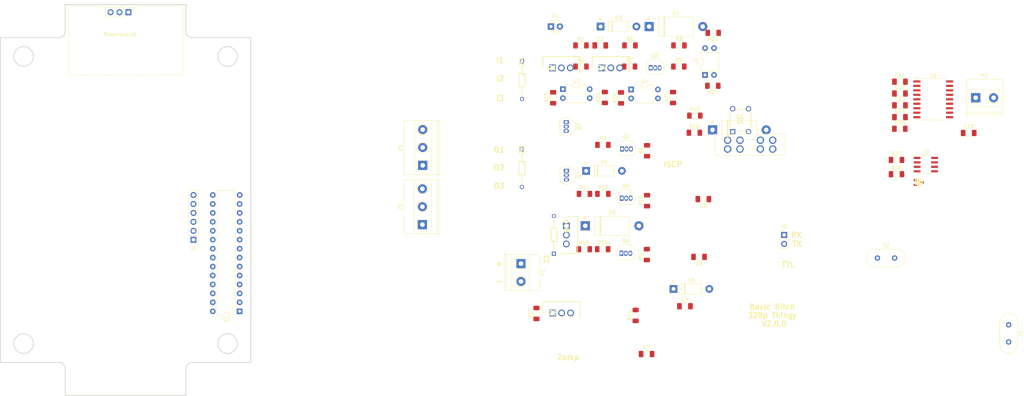
<source format=kicad_pcb>
(kicad_pcb (version 20241229) (generator "pcbnew") (generator_version "9.0")
  (layers (0 "F.Cu" signal) (2 "B.Cu" signal) (13 "F.Paste" user) (15 "B.Paste" user) (5 "F.SilkS" user "F.Silkscreen") (7 "B.SilkS" user "B.Silkscreen") (1 "F.Mask" user) (3 "B.Mask" user) (25 "Edge.Cuts" user))
  (net 0 "")
  (net 1 "/Input/Input")
  (net 2 "GND")
  (net 3 "/Input1/Input")
  (net 4 "/Input2/Input")
  (net 5 "+VDC")
  (net 6 "+5V")
  (net 7 "/Output/Output")
  (net 8 "Net-(D3-A)")
  (net 9 "/Output1/Output")
  (net 10 "/RESET")
  (net 11 "LED")
  (net 12 "/Output2/Output")
  (net 13 "RXttl")
  (net 14 "TXttl")
  (net 15 "Net-(P1-Pin_1)")
  (net 16 "Input1")
  (net 17 "Output1")
  (net 18 "Net-(Q2-D)")
  (net 19 "Input2")
  (net 20 "Input3")
  (net 21 "Output2")
  (net 22 "Net-(Q6-D)")
  (net 23 "Net-(Q8-Pad1)")
  (net 24 "Output3")
  (net 25 "Net-(Q9-D)")
  (net 26 "Net-(Q10-Pad1)")
  (net 27 "Reset")
  (net 30 "D8")
  (net 31 "D10")
  (net 32 "MOSI")
  (net 33 "MISO")
  (net 34 "SCK")
  (net 35 "Net-(Q5-D)")
  (net 36 "Net-(J1-Pin_6)")
  (net 37 "Net-(U2-XTAL1{slash}PB6)")
  (net 38 "Net-(U2-XTAL2{slash}PB7)")
  (net 39 "Net-(U6-OSC2)")
  (net 40 "Net-(U6-OSC1)")
  (net 41 "Net-(D1-K)")
  (net 42 "Net-(D5-A)")
  (net 43 "Net-(D6-A)")
  (net 44 "/CANBUS-MCP2551/CANL")
  (net 45 "/CANBUS-MCP2551/CANH")
  (net 47 "Net-(J2-Pin_2)")
  (net 48 "Net-(Q1-Pad3)")
  (net 49 "Net-(Q1-Pad1)")
  (net 50 "Net-(Q3-D)")
  (net 51 "Net-(Q4-Pad1)")
  (net 52 "Net-(Q7-D)")
  (net 53 "Net-(R7-Pad2)")
  (net 54 "Net-(R14-Pad2)")
  (net 55 "Net-(R18-Pad2)")
  (net 56 "Net-(U6-~{RESET})")
  (net 57 "Net-(U7-Rs)")
  (net 69 "/CANBUS-MCP2515/RXtoCANTC")
  (net 70 "/CANBUS-MCP2515/TXtoCANTC")
  (footprint "SamacSys_Parts:TO254P469X1042X1967-3P" (layer "F.Cu") (at 241.06043 54.390262)
    (property "Reference" "Q4" (at 0 0 0) (layer "F.SilkS") (effects (font (size 1.27 1.27) (thickness 0.254))))
    (property "Value" "IRF9Z34NPBF" (hide yes))
    (pad "1" thru_hole rect (at 0 0) (size 1.92 1.92) (drill 1.28) (layers "*.Cu" "*.Mask") (net 51 "Net-(Q4-Pad1)"))
    (pad "2" thru_hole circle (at 2.54 0) (size 1.92 1.92) (drill 1.28) (layers "*.Cu" "*.Mask") (net 7 "/Output/Output"))
    (pad "3" thru_hole circle (at 5.08 0) (size 1.92 1.92) (drill 1.28) (layers "*.Cu" "*.Mask") (net 5 "+VDC"))
  )
  (footprint "Resistor_SMD:R_1206_3216Metric_Pad1.30x1.75mm_HandSolder" (layer "F.Cu") (at 241.35853 90.184462)
    (property "Reference" "R12" (at 0 -1.82 0) (layer "F.SilkS"))
    (property "Value" "470")
    (pad "1" smd roundrect (at -1.55 0) (size 1.3 1.75) (layers "F.Cu" "F.Mask" "F.Paste") (roundrect_rratio 0.192308) (net 3 "/Input1/Input"))
    (pad "2" smd roundrect (at 1.55 0) (size 1.3 1.75) (layers "F.Cu" "F.Mask" "F.Paste") (roundrect_rratio 0.192308) (net 42 "Net-(D5-A)"))
  )
  (footprint "TerminalBlock_Phoenix:TerminalBlock_Phoenix_MKDS-1,5-2-5.08_1x02_P5.08mm_Horizontal" (layer "F.Cu") (at 218.09633 109.986962 -90)
    (property "Reference" "P1" (at 2.54 -6.26 90) (layer "F.SilkS"))
    (property "Value" "Screw_Terminal_01x02")
    (pad "1" thru_hole rect (at 0 0 270) (size 2.6 2.6) (drill 1.3) (layers "*.Cu" "*.Mask") (net 15 "Net-(P1-Pin_1)"))
    (pad "2" thru_hole circle (at 5.08 0 270) (size 2.6 2.6) (drill 1.3) (layers "*.Cu" "*.Mask") (net 2 "GND"))
  )
  (footprint "Capacitor_SMD:C_1206_3216Metric_Pad1.33x1.80mm_HandSolder" (layer "F.Cu") (at 264.65763 122.096062)
    (property "Reference" "C5" (at 0 -1.85 0) (layer "F.SilkS"))
    (property "Value" "22pF")
    (pad "1" smd roundrect (at -1.5625 0) (size 1.325 1.8) (layers "F.Cu" "F.Mask" "F.Paste") (roundrect_rratio 0.188679) (net 37 "Net-(U2-XTAL1{slash}PB6)"))
    (pad "2" smd roundrect (at 1.5625 0) (size 1.325 1.8) (layers "F.Cu" "F.Mask" "F.Paste") (roundrect_rratio 0.188679) (net 2 "GND"))
  )
  (footprint "Capacitor_SMD:C_1206_3216Metric_Pad1.33x1.80mm_HandSolder" (layer "F.Cu") (at 253.77523 135.666162)
    (property "Reference" "C7" (at 0 -1.85 0) (layer "F.SilkS"))
    (property "Value" "22pF")
    (pad "1" smd roundrect (at -1.5625 0) (size 1.325 1.8) (layers "F.Cu" "F.Mask" "F.Paste") (roundrect_rratio 0.188679) (net 38 "Net-(U2-XTAL2{slash}PB7)"))
    (pad "2" smd roundrect (at 1.5625 0) (size 1.325 1.8) (layers "F.Cu" "F.Mask" "F.Paste") (roundrect_rratio 0.188679) (net 2 "GND"))
  )
  (footprint "Resistor_SMD:R_1206_3216Metric_Pad1.30x1.75mm_HandSolder" (layer "F.Cu") (at 267.47013 67.961462)
    (property "Reference" "R15" (at 0 -1.82 0) (layer "F.SilkS"))
    (property "Value" "5k")
    (pad "1" smd roundrect (at -1.55 0) (size 1.3 1.75) (layers "F.Cu" "F.Mask" "F.Paste") (roundrect_rratio 0.192308) (net 6 "+5V"))
    (pad "2" smd roundrect (at 1.55 0) (size 1.3 1.75) (layers "F.Cu" "F.Mask" "F.Paste") (roundrect_rratio 0.192308) (net 19 "Input2"))
  )
  (footprint "Package_SO:SOIC-8_3.9x4.9mm_P1.27mm" (layer "F.Cu") (at 333.075217 81.872761)
    (property "Reference" "U7" (at 0 -3.4 0) (layer "F.SilkS"))
    (property "Value" "MCP2551-I-SN")
    (pad "1" smd roundrect (at -2.475 -1.905) (size 1.95 0.6) (layers "F.Cu" "F.Mask" "F.Paste") (net 70 "/CANBUS-MCP2515/TXtoCANTC"))
    (pad "2" smd roundrect (at -2.475 -0.635) (size 1.95 0.6) (layers "F.Cu" "F.Mask" "F.Paste") (net 2 "GND"))
    (pad "3" smd roundrect (at -2.475 0.635) (size 1.95 0.6) (layers "F.Cu" "F.Mask" "F.Paste") (net 6 "+5V"))
    (pad "4" smd roundrect (at -2.475 1.905) (size 1.95 0.6) (layers "F.Cu" "F.Mask" "F.Paste") (net 69 "/CANBUS-MCP2515/RXtoCANTC"))
    (pad "5" smd roundrect (at 2.475 1.905) (size 1.95 0.6) (layers "F.Cu" "F.Mask" "F.Paste"))
    (pad "6" smd roundrect (at 2.475 0.635) (size 1.95 0.6) (layers "F.Cu" "F.Mask" "F.Paste") (net 44 "/CANBUS-MCP2551/CANL"))
    (pad "7" smd roundrect (at 2.475 -0.635) (size 1.95 0.6) (layers "F.Cu" "F.Mask" "F.Paste") (net 45 "/CANBUS-MCP2551/CANH"))
    (pad "8" smd roundrect (at 2.475 -1.905) (size 1.95 0.6) (layers "F.Cu" "F.Mask" "F.Paste") (net 57 "Net-(U7-Rs)"))
  )
  (footprint "TerminalBlock_Phoenix:TerminalBlock_Phoenix_MKDS-1,5-3-5.08_1x03_P5.08mm_Horizontal" (layer "F.Cu") (at 190.189999 82.09682 90)
    (property "Reference" "Z1" (at 5.08 -6.26 90) (layer "F.SilkS"))
    (property "Value" "Screw_Terminal_01x03")
    (pad "1" thru_hole rect (at 0 0 90) (size 2.6 2.6) (drill 1.3) (layers "*.Cu" "*.Mask") (net 7 "/Output/Output"))
    (pad "2" thru_hole circle (at 5.08 0 90) (size 2.6 2.6) (drill 1.3) (layers "*.Cu" "*.Mask") (net 9 "/Output1/Output"))
    (pad "3" thru_hole circle (at 10.16 0 90) (size 2.6 2.6) (drill 1.3) (layers "*.Cu" "*.Mask") (net 12 "/Output2/Output"))
  )
  (footprint "Resistor_SMD:R_1206_3216Metric_Pad1.30x1.75mm_HandSolder" (layer "F.Cu") (at 262.95583 48.019962)
    (property "Reference" "R8" (at 0 -1.82 0) (layer "F.SilkS"))
    (property "Value" "5k")
    (pad "1" smd roundrect (at -1.55 0) (size 1.3 1.75) (layers "F.Cu" "F.Mask" "F.Paste") (roundrect_rratio 0.192308) (net 6 "+5V"))
    (pad "2" smd roundrect (at 1.55 0) (size 1.3 1.75) (layers "F.Cu" "F.Mask" "F.Paste") (roundrect_rratio 0.192308) (net 16 "Input1"))
  )
  (footprint "SamacSys_Parts:TS0266160BK260LCRD" (layer "F.Cu") (at 278.20513 72.524662 90)
    (property "Reference" "S1" (at 3.25 2.25 90) (layer "F.SilkS") (effects (font (size 1.27 1.27) (thickness 0.254))))
    (property "Value" "TS02-66-160-BK-260-LCR-D" (hide yes))
    (pad "1" thru_hole rect (at 0 0 90) (size 1.5 1.5) (drill 1) (layers "*.Cu" "*.Mask") (net 27 "Reset"))
    (pad "2" thru_hole circle (at 6.5 0 90) (size 1.5 1.5) (drill 1) (layers "*.Cu" "*.Mask"))
    (pad "3" thru_hole circle (at 0 4.5 90) (size 1.5 1.5) (drill 1) (layers "*.Cu" "*.Mask") (net 2 "GND"))
    (pad "4" thru_hole circle (at 6.5 4.5 90) (size 1.5 1.5) (drill 1) (layers "*.Cu" "*.Mask"))
  )
  (footprint "Resistor_SMD:R_1206_3216Metric_Pad1.30x1.75mm_HandSolder" (layer "F.Cu") (at 227.21823 62.900462 90)
    (property "Reference" "R23" (at 0 -1.82 90) (layer "F.SilkS"))
    (property "Value" "1M")
    (pad "1" smd roundrect (at -1.55 0 90) (size 1.3 1.75) (layers "F.Cu" "F.Mask" "F.Paste") (roundrect_rratio 0.192308) (net 24 "Output3"))
    (pad "2" smd roundrect (at 1.55 0 90) (size 1.3 1.75) (layers "F.Cu" "F.Mask" "F.Paste") (roundrect_rratio 0.192308) (net 2 "GND"))
  )
  (footprint "SamacSys_Parts:TO254P469X1042X1967-3P" (layer "F.Cu") (at 230.98083 99.318962 -90)
    (property "Reference" "Q10" (at 0 0 90) (layer "F.SilkS") (effects (font (size 1.27 1.27) (thickness 0.254))))
    (property "Value" "IRF9Z34NPBF" (hide yes))
    (pad "1" thru_hole rect (at 0 0 270) (size 1.92 1.92) (drill 1.28) (layers "*.Cu" "*.Mask") (net 26 "Net-(Q10-Pad1)"))
    (pad "2" thru_hole circle (at 2.54 0 270) (size 1.92 1.92) (drill 1.28) (layers "*.Cu" "*.Mask") (net 12 "/Output2/Output"))
    (pad "3" thru_hole circle (at 5.08 0 270) (size 1.92 1.92) (drill 1.28) (layers "*.Cu" "*.Mask") (net 5 "+VDC"))
  )
  (footprint "Package_TO_SOT_THT:TO-92_Inline" (layer "F.Cu") (at 231.00203 83.615862 -90)
    (property "Reference" "Q7" (at 1.27 -3.56 270) (layer "F.SilkS"))
    (property "Value" "2N7000")
    (pad "1" thru_hole rect (at 0 0 270) (size 1.05 1.5) (drill 0.75) (layers "*.Cu" "*.Mask") (net 2 "GND"))
    (pad "2" thru_hole oval (at 1.27 0 270) (size 1.05 1.5) (drill 0.75) (layers "*.Cu" "*.Mask") (net 21 "Output2"))
    (pad "3" thru_hole oval (at 2.54 0 270) (size 1.05 1.5) (drill 0.75) (layers "*.Cu" "*.Mask") (net 52 "Net-(Q7-D)"))
  )
  (footprint "Resistor_SMD:R_1206_3216Metric_Pad1.30x1.75mm_HandSolder" (layer "F.Cu") (at 222.49013 124.143562 90)
    (property "Reference" "R13" (at 0 -1.82 90) (layer "F.SilkS"))
    (property "Value" "5k")
    (pad "1" smd roundrect (at -1.55 0 90) (size 1.3 1.75) (layers "F.Cu" "F.Mask" "F.Paste") (roundrect_rratio 0.192308) (net 42 "Net-(D5-A)"))
    (pad "2" smd roundrect (at 1.55 0 90) (size 1.3 1.75) (layers "F.Cu" "F.Mask" "F.Paste") (roundrect_rratio 0.192308) (net 2 "GND"))
  )
  (footprint "Resistor_SMD:R_1206_3216Metric_Pad1.30x1.75mm_HandSolder" (layer "F.Cu") (at 236.13023 90.184462)
    (property "Reference" "R11" (at 0 -1.82 0) (layer "F.SilkS"))
    (property "Value" "10k")
    (pad "1" smd roundrect (at -1.55 0) (size 1.3 1.75) (layers "F.Cu" "F.Mask" "F.Paste") (roundrect_rratio 0.192308) (net 51 "Net-(Q4-Pad1)"))
    (pad "2" smd roundrect (at 1.55 0) (size 1.3 1.75) (layers "F.Cu" "F.Mask" "F.Paste") (roundrect_rratio 0.192308) (net 50 "Net-(Q3-D)"))
  )
  (footprint "Capacitor_SMD:C_1206_3216Metric_Pad1.33x1.80mm_HandSolder" (layer "F.Cu") (at 325.715217 58.332761)
    (property "Reference" "C11" (at 0 -1.85 0) (layer "F.SilkS"))
    (property "Value" "22pf")
    (pad "1" smd roundrect (at -1.5625 0) (size 1.325 1.8) (layers "F.Cu" "F.Mask" "F.Paste") (roundrect_rratio 0.188679) (net 39 "Net-(U6-OSC2)"))
    (pad "2" smd roundrect (at 1.5625 0) (size 1.325 1.8) (layers "F.Cu" "F.Mask" "F.Paste") (roundrect_rratio 0.188679) (net 2 "GND"))
  )
  (footprint "Package_TO_SOT_THT:TO-92_Inline" (layer "F.Cu") (at 230.95573 69.814762 -90)
    (property "Reference" "Q3" (at 1.27 -3.56 270) (layer "F.SilkS"))
    (property "Value" "2N7000")
    (pad "1" thru_hole rect (at 0 0 270) (size 1.05 1.5) (drill 0.75) (layers "*.Cu" "*.Mask") (net 2 "GND"))
    (pad "2" thru_hole oval (at 1.27 0 270) (size 1.05 1.5) (drill 0.75) (layers "*.Cu" "*.Mask") (net 17 "Output1"))
    (pad "3" thru_hole oval (at 2.54 0 270) (size 1.05 1.5) (drill 0.75) (layers "*.Cu" "*.Mask") (net 50 "Net-(Q3-D)"))
  )
  (footprint "SamacSys_Parts:DIOAD1068W53L380D172" (layer "F.Cu") (at 227.44243 107.172562 90)
    (property "Reference" "Z3" (at -1.560947 -2.049844 90) (layer "F.SilkS") (effects (font (size 1.27 1.27) (thickness 0.254))))
    (property "Value" "BZX79C10" (hide yes))
    (pad "1" thru_hole rect (at 0 0 90) (size 1.15 1.15) (drill 0.75) (layers "*.Cu" "*.Mask") (net 5 "+VDC"))
    (pad "2" thru_hole circle (at 10.7 0 90) (size 1.15 1.15) (drill 0.75) (layers "*.Cu" "*.Mask") (net 51 "Net-(Q4-Pad1)"))
  )
  (footprint "Package_DIP:DIP-4_W7.62mm" (layer "F.Cu") (at 249.37643 60.532762)
    (property "Reference" "U4" (at 3.81 -2.33 0) (layer "F.SilkS"))
    (property "Value" "LTV-817")
    (pad "1" thru_hole rect (at 0 0) (size 1.6 1.6) (drill 0.8) (layers "*.Cu" "*.Mask") (net 54 "Net-(R14-Pad2)"))
    (pad "2" thru_hole oval (at 0 2.54) (size 1.6 1.6) (drill 0.8) (layers "*.Cu" "*.Mask") (net 35 "Net-(Q5-D)"))
    (pad "3" thru_hole oval (at 7.62 2.54) (size 1.6 1.6) (drill 0.8) (layers "*.Cu" "*.Mask") (net 2 "GND"))
    (pad "4" thru_hole oval (at 7.62 0) (size 1.6 1.6) (drill 0.8) (layers "*.Cu" "*.Mask") (net 19 "Input2"))
  )
  (footprint "SamacSys_Parts:17861650001" (layer "F.Cu") (at 276.77953 77.459062)
    (property "Reference" "U1" (at 6.4 -0.825 0) (layer "F.SilkS") (effects (font (size 1.27 1.27) (thickness 0.254))))
    (property "Value" "178.6165.0001" (hide yes))
    (pad "" np_thru_hole circle (at 6.4 -1.25) (size 2.4 2.4) (drill 2.4) (layers "*.Cu" "*.Mask"))
    (pad "1" thru_hole circle (at 0 0) (size 2.1 2.1) (drill 1.4) (layers "*.Cu" "*.Mask") (net 5 "+VDC"))
    (pad "2" thru_hole circle (at 3.5 0) (size 2.1 2.1) (drill 1.4) (layers "*.Cu" "*.Mask") (net 5 "+VDC"))
    (pad "3" thru_hole circle (at 9.3 0) (size 2.1 2.1) (drill 1.4) (layers "*.Cu" "*.Mask") (net 48 "Net-(Q1-Pad3)"))
    (pad "4" thru_hole circle (at 12.8 0) (size 2.1 2.1) (drill 1.4) (layers "*.Cu" "*.Mask") (net 48 "Net-(Q1-Pad3)"))
    (pad "5" thru_hole circle (at 12.8 -2.5) (size 2.1 2.1) (drill 1.4) (layers "*.Cu" "*.Mask") (net 48 "Net-(Q1-Pad3)"))
    (pad "6" thru_hole circle (at 9.3 -2.5) (size 2.1 2.1) (drill 1.4) (layers "*.Cu" "*.Mask") (net 48 "Net-(Q1-Pad3)"))
    (pad "7" thru_hole circle (at 3.5 -2.5) (size 2.1 2.1) (drill 1.4) (layers "*.Cu" "*.Mask") (net 5 "+VDC"))
    (pad "8" thru_hole circle (at 0 -2.5) (size 2.1 2.1) (drill 1.4) (layers "*.Cu" "*.Mask") (net 5 "+VDC"))
  )
  (footprint "Diode_THT:D_DO-201_P15.24mm_Horizontal" (layer "F.Cu") (at 272.49503 72.018862)
    (property "Reference" "D7" (at 7.62 -3.725 0) (layer "F.SilkS"))
    (property "Value" "STPS3150RL")
    (fp_text user "K" (at 0 -2.3 0) (layer "F.SilkS"))
    (pad "1" thru_hole rect (at 0 0) (size 2.6 2.6) (drill 1.3) (layers "*.Cu" "*.Mask") (net 9 "/Output1/Output"))
    (pad "2" thru_hole oval (at 15.24 0) (size 2.6 2.6) (drill 1.3) (layers "*.Cu" "*.Mask") (net 2 "GND"))
  )
  (footprint "Connector_PinHeader_2.54mm:PinHeader_1x06_P2.54mm_Vertical" (layer "F.Cu") (at 125.082242 103.215772 180)
    (property "Reference" "J1" (at 0 -2.33 0) (layer "F.SilkS"))
    (property "Value" "TTL_Programmer")
    (pad "1" thru_hole rect (at 0 0 180) (size 1.7 1.7) (drill 1) (layers "*.Cu" "*.Mask") (net 2 "GND"))
    (pad "2" thru_hole oval (at 0 2.54 180) (size 1.7 1.7) (drill 1) (layers "*.Cu" "*.Mask"))
    (pad "3" thru_hole oval (at 0 5.08 180) (size 1.7 1.7) (drill 1) (layers "*.Cu" "*.Mask") (net 6 "+5V"))
    (pad "4" thru_hole oval (at 0 7.62 180) (size 1.7 1.7) (drill 1) (layers "*.Cu" "*.Mask") (net 13 "RXttl"))
    (pad "5" thru_hole oval (at 0 10.16 180) (size 1.7 1.7) (drill 1) (layers "*.Cu" "*.Mask") (net 14 "TXttl"))
    (pad "6" thru_hole oval (at 0 12.7 180) (size 1.7 1.7) (drill 1) (layers "*.Cu" "*.Mask") (net 36 "Net-(J1-Pin_6)"))
  )
  (footprint "Package_TO_SOT_THT:TO-92_Inline" (layer "F.Cu") (at 246.70803 91.406862)
    (property "Reference" "Q6" (at 1.27 -3.56 0) (layer "F.SilkS"))
    (property "Value" "2N7000")
    (pad "1" thru_hole rect (at 0 0) (size 1.05 1.5) (drill 0.75) (layers "*.Cu" "*.Mask") (net 2 "GND"))
    (pad "2" thru_hole oval (at 1.27 0) (size 1.05 1.5) (drill 0.75) (layers "*.Cu" "*.Mask") (net 43 "Net-(D6-A)"))
    (pad "3" thru_hole oval (at 2.54 0) (size 1.05 1.5) (drill 0.75) (layers "*.Cu" "*.Mask") (net 22 "Net-(Q6-D)"))
  )
  (footprint "Resistor_SMD:R_1206_3216Metric_Pad1.30x1.75mm_HandSolder" (layer "F.Cu") (at 324.735217 80.542761)
    (property "Reference" "R27" (at 0 -1.82 0) (layer "F.SilkS"))
    (property "Value" "17k")
    (pad "1" smd roundrect (at -1.55 0) (size 1.3 1.75) (layers "F.Cu" "F.Mask" "F.Paste") (roundrect_rratio 0.192308) (net 57 "Net-(U7-Rs)"))
    (pad "2" smd roundrect (at 1.55 0) (size 1.3 1.75) (layers "F.Cu" "F.Mask" "F.Paste") (roundrect_rratio 0.192308) (net 2 "GND"))
  )
  (footprint "TerminalBlock_Phoenix:TerminalBlock_Phoenix_MKDS-1,5-2-5.08_1x02_P5.08mm_Horizontal" (layer "F.Cu") (at 347.235217 62.892761)
    (property "Reference" "P2" (at 2.54 -6.26 0) (layer "F.SilkS"))
    (property "Value" "Screw_Terminal_01x02")
    (pad "1" thru_hole rect (at 0 0) (size 2.6 2.6) (drill 1.3) (layers "*.Cu" "*.Mask") (net 44 "/CANBUS-MCP2551/CANL"))
    (pad "2" thru_hole circle (at 5.08 0) (size 2.6 2.6) (drill 1.3) (layers "*.Cu" "*.Mask") (net 45 "/CANBUS-MCP2551/CANH"))
  )
  (footprint "Package_TO_SOT_THT:TO-92_Inline" (layer "F.Cu") (at 246.79553 77.434962)
    (property "Reference" "Q2" (at 1.27 -3.56 0) (layer "F.SilkS"))
    (property "Value" "2N7000")
    (pad "1" thru_hole rect (at 0 0) (size 1.05 1.5) (drill 0.75) (layers "*.Cu" "*.Mask") (net 2 "GND"))
    (pad "2" thru_hole oval (at 1.27 0) (size 1.05 1.5) (drill 0.75) (layers "*.Cu" "*.Mask") (net 8 "Net-(D3-A)"))
    (pad "3" thru_hole oval (at 2.54 0) (size 1.05 1.5) (drill 0.75) (layers "*.Cu" "*.Mask") (net 18 "Net-(Q2-D)"))
  )
  (footprint "Package_DIP:DIP-4_W7.62mm" (layer "F.Cu") (at 229.99703 60.456262)
    (property "Reference" "U3" (at 3.81 -2.33 0) (layer "F.SilkS"))
    (property "Value" "LTV-817")
    (pad "1" thru_hole rect (at 0 0) (size 1.6 1.6) (drill 0.8) (layers "*.Cu" "*.Mask") (net 53 "Net-(R7-Pad2)"))
    (pad "2" thru_hole oval (at 0 2.54) (size 1.6 1.6) (drill 0.8) (layers "*.Cu" "*.Mask") (net 18 "Net-(Q2-D)"))
    (pad "3" thru_hole oval (at 7.62 2.54) (size 1.6 1.6) (drill 0.8) (layers "*.Cu" "*.Mask") (net 2 "GND"))
    (pad "4" thru_hole oval (at 7.62 0) (size 1.6 1.6) (drill 0.8) (layers "*.Cu" "*.Mask") (net 16 "Input1"))
  )
  (footprint "Connector_PinHeader_2.54mm:PinHeader_1x03_P2.54mm_Vertical" (layer "F.Cu") (at 106.618702 38.612537 -90)
    (property "Reference" "Powerboard1" (at 6.282765 2.308228 0) (layer "F.SilkS"))
    (property "Value" "Conn_01x03" (hide yes))
    (pad "1" thru_hole rect (at 0 0 270) (size 1.7 1.7) (drill 1) (layers "*.Cu" "*.Mask") (net 5 "+VDC"))
    (pad "2" thru_hole oval (at 0 2.54 270) (size 1.7 1.7) (drill 1) (layers "*.Cu" "*.Mask") (net 6 "+5V"))
    (pad "3" thru_hole oval (at 0 5.08 270) (size 1.7 1.7) (drill 1) (layers "*.Cu" "*.Mask") (net 2 "GND"))
  )
  (footprint "Resistor_SMD:R_1206_3216Metric_Pad1.30x1.75mm_HandSolder" (layer "F.Cu") (at 272.58423 59.493762 180)
    (property "Reference" "R25" (at 0 -1.82 180) (layer "F.SilkS"))
    (property "Value" "10k")
    (pad "1" smd roundrect (at -1.55 0 180) (size 1.3 1.75) (layers "F.Cu" "F.Mask" "F.Paste") (roundrect_rratio 0.192308) (net 26 "Net-(Q10-Pad1)"))
    (pad "2" smd roundrect (at 1.55 0 180) (size 1.3 1.75) (layers "F.Cu" "F.Mask" "F.Paste") (roundrect_rratio 0.192308) (net 25 "Net-(Q9-D)"))
  )
  (footprint "SamacSys_Parts:TO254P469X1042X1967-3P" (layer "F.Cu") (at 227.10903 123.985562)
    (property "Reference" "Q8" (at 0 0 0) (layer "F.SilkS") (effects (font (size 1.27 1.27) (thickness 0.254))))
    (property "Value" "IRF9Z34NPBF" (hide yes))
    (pad "1" thru_hole rect (at 0 0) (size 1.92 1.92) (drill 1.28) (layers "*.Cu" "*.Mask") (net 23 "Net-(Q8-Pad1)"))
    (pad "2" thru_hole circle (at 2.54 0) (size 1.92 1.92) (drill 1.28) (layers "*.Cu" "*.Mask") (net 9 "/Output1/Output"))
    (pad "3" thru_hole circle (at 5.08 0) (size 1.92 1.92) (drill 1.28) (layers "*.Cu" "*.Mask") (net 5 "+VDC"))
  )
  (footprint "Capacitor_SMD:C_1206_3216Metric_Pad1.33x1.80mm_HandSolder" (layer "F.Cu") (at 325.715217 68.382761)
    (property "Reference" "C14" (at 0 -1.85 0) (layer "F.SilkS"))
    (property "Value" "100nf")
    (pad "1" smd roundrect (at -1.5625 0) (size 1.325 1.8) (layers "F.Cu" "F.Mask" "F.Paste") (roundrect_rratio 0.188679) (net 6 "+5V"))
    (pad "2" smd roundrect (at 1.5625 0) (size 1.325 1.8) (layers "F.Cu" "F.Mask" "F.Paste") (roundrect_rratio 0.188679) (net 2 "GND"))
  )
  (footprint "TerminalBlock_Phoenix:TerminalBlock_Phoenix_MKDS-1,5-3-5.08_1x03_P5.08mm_Horizontal" (layer "F.Cu") (at 190.104184 98.916709 90)
    (property "Reference" "Z2" (at 5.08 -6.26 90) (layer "F.SilkS"))
    (property "Value" "Screw_Terminal_01x03")
    (pad "1" thru_hole rect (at 0 0 90) (size 2.6 2.6) (drill 1.3) (layers "*.Cu" "*.Mask") (net 1 "/Input/Input"))
    (pad "2" thru_hole circle (at 5.08 0 90) (size 2.6 2.6) (drill 1.3) (layers "*.Cu" "*.Mask") (net 3 "/Input1/Input"))
    (pad "3" thru_hole circle (at 10.16 0 90) (size 2.6 2.6) (drill 1.3) (layers "*.Cu" "*.Mask") (net 4 "/Input2/Input"))
  )
  (footprint "Resistor_SMD:R_1206_3216Metric_Pad1.30x1.75mm_HandSolder" (layer "F.Cu") (at 262.92683 54.030262)
    (property "Reference" "R9" (at 0 -1.82 0) (layer "F.SilkS"))
    (property "Value" "1M")
    (pad "1" smd roundrect (at -1.55 0) (size 1.3 1.75) (layers "F.Cu" "F.Mask" "F.Paste") (roundrect_rratio 0.192308) (net 17 "Output1"))
    (pad "2" smd roundrect (at 1.55 0) (size 1.3 1.75) (layers "F.Cu" "F.Mask" "F.Paste") (roundrect_rratio 0.192308) (net 2 "GND"))
  )
  (footprint "Package_DIP:DIP-28_W7.62mm" (layer "F.Cu") (at 138.194732 123.528574 180)
    (property "Reference" "U2" (at 3.81 -2.33 180) (layer "F.SilkS"))
    (property "Value" "ATmega328-P")
    (pad "1" thru_hole rect (at 0 0 180) (size 1.6 1.6) (drill 0.8) (layers "*.Cu" "*.Mask") (net 27 "Reset"))
    (pad "2" thru_hole oval (at 0 2.54 180) (size 1.6 1.6) (drill 0.8) (layers "*.Cu" "*.Mask") (net 13 "RXttl"))
    (pad "3" thru_hole oval (at 0 5.08 180) (size 1.6 1.6) (drill 0.8) (layers "*.Cu" "*.Mask") (net 14 "TXttl"))
    (pad "4" thru_hole oval (at 0 7.62 180) (size 1.6 1.6) (drill 0.8) (layers "*.Cu" "*.Mask") (net 20 "Input3"))
    (pad "5" thru_hole oval (at 0 10.16 180) (size 1.6 1.6) (drill 0.8) (layers "*.Cu" "*.Mask") (net 16 "Input1"))
    (pad "6" thru_hole oval (at 0 12.7 180) (size 1.6 1.6) (drill 0.8) (layers "*.Cu" "*.Mask") (net 19 "Input2"))
    (pad "7" thru_hole oval (at 0 15.24 180) (size 1.6 1.6) (drill 0.8) (layers "*.Cu" "*.Mask") (net 6 "+5V"))
    (pad "8" thru_hole oval (at 0 17.78 180) (size 1.6 1.6) (drill 0.8) (layers "*.Cu" "*.Mask") (net 2 "GND"))
    (pad "9" thru_hole oval (at 0 20.32 180) (size 1.6 1.6) (drill 0.8) (layers "*.Cu" "*.Mask") (net 37 "Net-(U2-XTAL1{slash}PB6)"))
    (pad "10" thru_hole oval (at 0 22.86 180) (size 1.6 1.6) (drill 0.8) (layers "*.Cu" "*.Mask") (net 38 "Net-(U2-XTAL2{slash}PB7)"))
    (pad "11" thru_hole oval (at 0 25.4 180) (size 1.6 1.6) (drill 0.8) (layers "*.Cu" "*.Mask") (net 17 "Output1"))
    (pad "12" thru_hole oval (at 0 27.94 180) (size 1.6 1.6) (drill 0.8) (layers "*.Cu" "*.Mask") (net 21 "Output2"))
    (pad "13" thru_hole oval (at 0 30.48 180) (size 1.6 1.6) (drill 0.8) (layers "*.Cu" "*.Mask") (net 11 "LED"))
    (pad "14" thru_hole oval (at 0 33.02 180) (size 1.6 1.6) (drill 0.8) (layers "*.Cu" "*.Mask") (net 30 "D8"))
    (pad "15" thru_hole oval (at 7.62 33.02 180) (size 1.6 1.6) (drill 0.8) (layers "*.Cu" "*.Mask") (net 24 "Output3"))
    (pad "16" thru_hole oval (at 7.62 30.48 180) (size 1.6 1.6) (drill 0.8) (layers "*.Cu" "*.Mask") (net 31 "D10"))
    (pad "17" thru_hole oval (at 7.62 27.94 180) (size 1.6 1.6) (drill 0.8) (layers "*.Cu" "*.Mask") (net 32 "MOSI"))
    (pad "18" thru_hole oval (at 7.62 25.4 180) (size 1.6 1.6) (drill 0.8) (layers "*.Cu" "*.Mask") (net 33 "MISO"))
    (pad "19" thru_hole oval (at 7.62 22.86 180) (size 1.6 1.6) (drill 0.8) (layers "*.Cu" "*.Mask") (net 34 "SCK"))
    (pad "20" thru_hole oval (at 7.62 20.32 180) (size 1.6 1.6) (drill 0.8) (layers "*.Cu" "*.Mask") (net 6 "+5V"))
    (pad "21" thru_hole oval (at 7.62 17.78 180) (size 1.6 1.6) (drill 0.8) (layers "*.Cu" "*.Mask") (net 6 "+5V"))
    (pad "22" thru_hole oval (at 7.62 15.24 180) (size 1.6 1.6) (drill 0.8) (layers "*.Cu" "*.Mask") (net 2 "GND"))
    (pad "23" thru_hole oval (at 7.62 12.7 180) (size 1.6 1.6) (drill 0.8) (layers "*.Cu" "*.Mask"))
    (pad "24" thru_hole oval (at 7.62 10.16 180) (size 1.6 1.6) (drill 0.8) (layers "*.Cu" "*.Mask"))
    (pad "25" thru_hole oval (at 7.62 7.62 180) (size 1.6 1.6) (drill 0.8) (layers "*.Cu" "*.Mask"))
    (pad "26" thru_hole oval (at 7.62 5.08 180) (size 1.6 1.6) (drill 0.8) (layers "*.Cu" "*.Mask"))
    (pad "27" thru_hole oval (at 7.62 2.54 180) (size 1.6 1.6) (drill 0.8) (layers "*.Cu" "*.Mask"))
    (pad "28" thru_hole oval (at 7.62 0 180) (size 1.6 1.6) (drill 0.8) (layers "*.Cu" "*.Mask"))
  )
  (footprint "Package_TO_SOT_THT:TO-92_Inline" (layer "F.Cu") (at 254.93443 54.390262)
    (property "Reference" "Q5" (at 1.27 -3.56 0) (layer "F.SilkS"))
    (property "Value" "2N7000")
    (pad "1" thru_hole rect (at 0 0) (size 1.05 1.5) (drill 0.75) (layers "*.Cu" "*.Mask") (net 2 "GND"))
    (pad "2" thru_hole oval (at 1.27 0) (size 1.05 1.5) (drill 0.75) (layers "*.Cu" "*.Mask") (net 42 "Net-(D5-A)"))
    (pad "3" thru_hole oval (at 2.54 0) (size 1.05 1.5) (drill 0.75) (layers "*.Cu" "*.Mask") (net 35 "Net-(Q5-D)"))
  )
  (footprint "Diode_THT:D_DO-41_SOD81_P10.16mm_Horizontal" (layer "F.Cu") (at 236.59793 83.646562)
    (property "Reference" "D5" (at 5.08 -2.47 0) (layer "F.SilkS"))
    (property "Value" "1N4007")
    (fp_text user "K" (at 0 -2.1 0) (layer "F.SilkS"))
    (pad "1" thru_hole rect (at 0 0) (size 2.2 2.2) (drill 1.1) (layers "*.Cu" "*.Mask") (net 3 "/Input1/Input"))
    (pad "2" thru_hole oval (at 10.16 0) (size 2.2 2.2) (drill 1.1) (layers "*.Cu" "*.Mask") (net 42 "Net-(D5-A)"))
  )
  (footprint "Resistor_SMD:R_1206_3216Metric_Pad1.30x1.75mm_HandSolder" (layer "F.Cu") (at 241.36323 76.262562)
    (property "Reference" "R5" (at 0 -1.82 0) (layer "F.SilkS"))
    (property "Value" "470")
    (pad "1" smd roundrect (at -1.55 0) (size 1.3 1.75) (layers "F.Cu" "F.Mask" "F.Paste") (roundrect_rratio 0.192308) (net 1 "/Input/Input"))
    (pad "2" smd roundrect (at 1.55 0) (size 1.3 1.75) (layers "F.Cu" "F.Mask" "F.Paste") (roundrect_rratio 0.192308) (net 8 "Net-(D3-A)"))
  )
  (footprint "Resistor_SMD:R_1206_3216Metric_Pad1.30x1.75mm_HandSolder" (layer "F.Cu") (at 235.12963 48.019962)
    (property "Reference" "R1" (at 0 -1.82 0) (layer "F.SilkS"))
    (property "Value" "10k")
    (pad "1" smd roundrect (at -1.55 0) (size 1.3 1.75) (layers "F.Cu" "F.Mask" "F.Paste") (roundrect_rratio 0.192308) (net 49 "Net-(Q1-Pad1)"))
    (pad "2" smd roundrect (at 1.55 0) (size 1.3 1.75) (layers "F.Cu" "F.Mask" "F.Paste") (roundrect_rratio 0.192308) (net 2 "GND"))
  )
  (footprint "Resistor_SMD:R_1206_3216Metric_Pad1.30x1.75mm_HandSolder" (layer "F.Cu") (at 324.735217 84.592761)
    (property "Reference" "R28" (at 0 -1.82 0) (layer "F.SilkS"))
    (property "Value" "120")
    (pad "1" smd roundrect (at -1.55 0) (size 1.3 1.75) (layers "F.Cu" "F.Mask" "F.Paste") (roundrect_rratio 0.192308) (net 47 "Net-(J2-Pin_2)"))
    (pad "2" smd roundrect (at 1.55 0) (size 1.3 1.75) (layers "F.Cu" "F.Mask" "F.Paste") (roundrect_rratio 0.192308) (net 44 "/CANBUS-MCP2551/CANL"))
  )
  (footprint "Package_TO_SOT_THT:TO-92_Inline" (layer "F.Cu") (at 246.60903 107.078162)
    (property "Reference" "Q9" (at 1.27 -3.56 0) (layer "F.SilkS"))
    (property "Value" "2N7000")
    (pad "1" thru_hole rect (at 0 0) (size 1.05 1.5) (drill 0.75) (layers "*.Cu" "*.Mask") (net 2 "GND"))
    (pad "2" thru_hole oval (at 1.27 0) (size 1.05 1.5) (drill 0.75) (layers "*.Cu" "*.Mask") (net 24 "Output3"))
    (pad "3" thru_hole oval (at 2.54 0) (size 1.05 1.5) (drill 0.75) (layers "*.Cu" "*.Mask") (net 25 "Net-(Q9-D)"))
  )
  (footprint "Resistor_SMD:R_1206_3216Metric_Pad1.30x1.75mm_HandSolder" (layer "F.Cu") (at 241.91293 62.806062 90)
    (property "Reference" "R20" (at 0 -1.82 90) (layer "F.SilkS"))
    (property "Value" "1M")
    (pad "1" smd roundrect (at -1.55 0 90) (size 1.3 1.75) (layers "F.Cu" "F.Mask" "F.Paste") (roundrect_rratio 0.192308) (net 21 "Output2"))
    (pad "2" smd roundrect (at 1.55 0 90) (size 1.3 1.75) (layers "F.Cu" "F.Mask" "F.Paste") (roundrect_rratio 0.192308) (net 2 "GND"))
  )
  (footprint "SamacSys_Parts:SOT65P210X110-3N" (layer "F.Cu") (at 331.075217 86.972761)
    (property "Reference" "D9" (at 0 0 0) (layer "F.SilkS") (effects (font (size 1.27 1.27) (thickness 0.254))))
    (property "Value" "PESD5V0L2UU,115" (hide yes))
    (pad "1" smd rect (at -0.95 -0.65 90) (size 0.55 1) (layers "F.Cu" "F.Mask" "F.Paste") (net 45 "/CANBUS-MCP2551/CANH"))
    (pad "2" smd rect (at -0.95 0.65 90) (size 0.55 1) (layers "F.Cu" "F.Mask" "F.Paste") (net 44 "/CANBUS-MCP2551/CANL"))
    (pad "3" smd rect (at 0.95 0 90) (size 0.55 1) (layers "F.Cu" "F.Mask" "F.Paste") (net 2 "GND"))
  )
  (footprint "SamacSys_Parts:DIOAD1068W53L380D172" (layer "F.Cu") (at 218.39073 52.547862 -90)
    (property "Reference" "Z4" (at 0 0 270) (layer "F.SilkS") (effects (font (size 1.27 1.27) (thickness 0.254))))
    (property "Value" "BZX79C10" (hide yes))
    (pad "1" thru_hole rect (at 0 0 270) (size 1.15 1.15) (drill 0.75) (layers "*.Cu" "*.Mask") (net 5 "+VDC"))
    (pad "2" thru_hole circle (at 10.7 0 270) (size 1.15 1.15) (drill 0.75) (layers "*.Cu" "*.Mask") (net 23 "Net-(Q8-Pad1)"))
  )
  (footprint "Capacitor_SMD:C_1206_3216Metric_Pad1.33x1.80mm_HandSolder" (layer "F.Cu") (at 345.245217 72.892761)
    (property "Reference" "C10" (at 0 -1.85 0) (layer "F.SilkS"))
    (property "Value" "220nF")
    (pad "1" smd roundrect (at -1.5625 0) (size 1.325 1.8) (layers "F.Cu" "F.Mask" "F.Paste") (roundrect_rratio 0.188679) (net 4 "/Input2/Input"))
    (pad "2" smd roundrect (at 1.5625 0) (size 1.325 1.8) (layers "F.Cu" "F.Mask" "F.Paste") (roundrect_rratio 0.188679) (net 2 "GND"))
  )
  (footprint "Package_SO:SOIC-18W_7.5x11.6mm_P1.27mm" (layer "F.Cu") (at 335.175217 63.327761)
    (property "Reference" "U6" (at 0 -6.72 0) (layer "F.SilkS"))
    (property "Value" "MCP2515-xSO")
    (pad "1" smd roundrect (at -4.65 -5.08) (size 2.05 0.6) (layers "F.Cu" "F.Mask" "F.Paste") (net 70 "/CANBUS-MCP2515/TXtoCANTC"))
    (pad "2" smd roundrect (at -4.65 -3.81) (size 2.05 0.6) (layers "F.Cu" "F.Mask" "F.Paste") (net 69 "/CANBUS-MCP2515/RXtoCANTC"))
    (pad "3" smd roundrect (at -4.65 -2.54) (size 2.05 0.6) (layers "F.Cu" "F.Mask" "F.Paste"))
    (pad "4" smd roundrect (at -4.65 -1.27) (size 2.05 0.6) (layers "F.Cu" "F.Mask" "F.Paste"))
    (pad "5" smd roundrect (at -4.65 0) (size 2.05 0.6) (layers "F.Cu" "F.Mask" "F.Paste"))
    (pad "6" smd roundrect (at -4.65 1.27) (size 2.05 0.6) (layers "F.Cu" "F.Mask" "F.Paste"))
    (pad "7" smd roundrect (at -4.65 2.54) (size 2.05 0.6) (layers "F.Cu" "F.Mask" "F.Paste") (net 39 "Net-(U6-OSC2)"))
    (pad "8" smd roundrect (at -4.65 3.81) (size 2.05 0.6) (layers "F.Cu" "F.Mask" "F.Paste") (net 40 "Net-(U6-OSC1)"))
    (pad "9" smd roundrect (at -4.65 5.08) (size 2.05 0.6) (layers "F.Cu" "F.Mask" "F.Paste") (net 2 "GND"))
    (pad "10" smd roundrect (at 4.65 5.08) (size 2.05 0.6) (layers "F.Cu" "F.Mask" "F.Paste"))
    (pad "11" smd roundrect (at 4.65 3.81) (size 2.05 0.6) (layers "F.Cu" "F.Mask" "F.Paste"))
    (pad "12" smd roundrect (at 4.65 2.54) (size 2.05 0.6) (layers "F.Cu" "F.Mask" "F.Paste") (net 30 "D8"))
    (pad "13" smd roundrect (at 4.65 1.27) (size 2.05 0.6) (layers "F.Cu" "F.Mask" "F.Paste") (net 34 "SCK"))
    (pad "14" smd roundrect (at 4.65 0) (size 2.05 0.6) (layers "F.Cu" "F.Mask" "F.Paste") (net 32 "MOSI"))
    (pad "15" smd roundrect (at 4.65 -1.27) (size 2.05 0.6) (layers "F.Cu" "F.Mask" "F.Paste") (net 33 "MISO"))
    (pad "16" smd roundrect (at 4.65 -2.54) (size 2.05 0.6) (layers "F.Cu" "F.Mask" "F.Paste") (net 31 "D10"))
    (pad "17" smd roundrect (at 4.65 -3.81) (size 2.05 0.6) (layers "F.Cu" "F.Mask" "F.Paste") (net 56 "Net-(U6-~{RESET})"))
    (pad "18" smd roundrect (at 4.65 -5.08) (size 2.05 0.6) (layers "F.Cu" "F.Mask" "F.Paste") (net 6 "+5V"))
  )
  (footprint "Resistor_SMD:R_1206_3216Metric_Pad1.30x1.75mm_HandSolder" (layer "F.Cu") (at 261.27453 62.827162 90)
    (property "Reference" "R21" (at 0 -1.82 90) (layer "F.SilkS"))
    (property "Value" "100k")
    (pad "1" smd roundrect (at -1.55 0 90) (size 1.3 1.75) (layers "F.Cu" "F.Mask" "F.Paste") (roundrect_rratio 0.192308) (net 5 "+VDC"))
    (pad "2" smd roundrect (at 1.55 0 90) (size 1.3 1.75) (layers "F.Cu" "F.Mask" "F.Paste") (roundrect_rratio 0.192308) (net 23 "Net-(Q8-Pad1)"))
  )
  (footprint "Resistor_SMD:R_1206_3216Metric_Pad1.30x1.75mm_HandSolder" (layer "F.Cu") (at 248.93523 54.030262)
    (property "Reference" "R7" (at 0 -1.82 0) (layer "F.SilkS"))
    (property "Value" "5k")
    (pad "1" smd roundrect (at -1.55 0) (size 1.3 1.75) (layers "F.Cu" "F.Mask" "F.Paste") (roundrect_rratio 0.192308) (net 6 "+5V"))
    (pad "2" smd roundrect (at 1.55 0) (size 1.3 1.75) (layers "F.Cu" "F.Mask" "F.Paste") (roundrect_rratio 0.192308) (net 53 "Net-(R7-Pad2)"))
  )
  (footprint "Package_DIP:DIP-4_W7.62mm" (layer "F.Cu") (at 270.37503 56.416762 90)
    (property "Reference" "U5" (at 3.81 -2.33 90) (layer "F.SilkS"))
    (property "Value" "LTV-817")
    (pad "1" thru_hole rect (at 0 0 90) (size 1.6 1.6) (drill 0.8) (layers "*.Cu" "*.Mask") (net 55 "Net-(R18-Pad2)"))
    (pad "2" thru_hole oval (at 0 2.54 90) (size 1.6 1.6) (drill 0.8) (layers "*.Cu" "*.Mask") (net 22 "Net-(Q6-D)"))
    (pad "3" thru_hole oval (at 7.62 2.54 90) (size 1.6 1.6) (drill 0.8) (layers "*.Cu" "*.Mask") (net 2 "GND"))
    (pad "4" thru_hole oval (at 7.62 0 90) (size 1.6 1.6) (drill 0.8) (layers "*.Cu" "*.Mask") (net 20 "Input3"))
  )
  (footprint "LED_THT:LED_D3.0mm" (layer "F.Cu") (at 226.60983 42.665762)
    (property "Reference" "D1" (at 1.27 -2.96 0) (layer "F.SilkS"))
    (property "Value" "LED")
    (pad "1" thru_hole rect (at 0 0) (size 1.8 1.8) (drill 0.9) (layers "*.Cu" "*.Mask") (net 41 "Net-(D1-K)"))
    (pad "2" thru_hole circle (at 2.54 0) (size 1.8 1.8) (drill 0.9) (layers "*.Cu" "*.Mask") (net 11 "LED"))
  )
  (footprint "Crystal:Crystal_HC49-U_Vertical" (layer "F.Cu") (at 319.332166 108.404145)
    (property "Reference" "Y2" (at 2.44 -3.525 0) (layer "F.SilkS"))
    (property "Value" "16MHz")
    (pad "1" thru_hole circle (at 0 0) (size 1.5 1.5) (drill 0.8) (layers "*.Cu" "*.Mask") (net 40 "Net-(U6-OSC1)"))
    (pad "2" thru_hole circle (at 4.88 0) (size 1.5 1.5) (drill 0.8) (layers "*.Cu" "*.Mask") (net 39 "Net-(U6-OSC2)"))
  )
  (footprint "Resistor_SMD:R_1206_3216Metric_Pad1.30x1.75mm_HandSolder" (layer "F.Cu") (at 236.08303 105.892662)
    (property "Reference" "R18" (at 0 -1.82 0) (layer "F.SilkS"))
    (property "Value" "5k")
    (pad "1" smd roundrect (at -1.55 0) (size 1.3 1.75) (layers "F.Cu" "F.Mask" "F.Paste") (roundrect_rratio 0.192308) (net 6 "+5V"))
    (pad "2" smd roundrect (at 1.55 0) (size 1.3 1.75) (layers "F.Cu" "F.Mask" "F.Paste") (roundrect_rratio 0.192308) (net 55 "Net-(R18-Pad2)"))
  )
  (footprint "Resistor_SMD:R_1206_3216Metric_Pad1.30x1.75mm_HandSolder" (layer "F.Cu") (at 241.29393 105.892662)
    (property "Reference" "R19" (at 0 -1.82 0) (layer "F.SilkS"))
    (property "Value" "5k")
    (pad "1" smd roundrect (at -1.55 0) (size 1.3 1.75) (layers "F.Cu" "F.Mask" "F.Paste") (roundrect_rratio 0.192308) (net 6 "+5V"))
    (pad "2" smd roundrect (at 1.55 0) (size 1.3 1.75) (layers "F.Cu" "F.Mask" "F.Paste") (roundrect_rratio 0.192308) (net 20 "Input3"))
  )
  (footprint "Capacitor_SMD:C_1206_3216Metric_Pad1.33x1.80mm_HandSolder" (layer "F.Cu") (at 268.65653 108.088962 180)
    (property "Reference" "C9" (at 0 -1.85 180) (layer "F.SilkS"))
    (property "Value" "220nF")
    (pad "1" smd roundrect (at -1.5625 0 180) (size 1.325 1.8) (layers "F.Cu" "F.Mask" "F.Paste") (roundrect_rratio 0.188679) (net 3 "/Input1/Input"))
    (pad "2" smd roundrect (at 1.5625 0 180) (size 1.325 1.8) (layers "F.Cu" "F.Mask" "F.Paste") (roundrect_rratio 0.188679) (net 2 "GND"))
  )
  (footprint "Resistor_SMD:R_1206_3216Metric_Pad1.30x1.75mm_HandSolder" (layer "F.Cu") (at 253.83893 107.429862 90)
    (property "Reference" "R17" (at 0 -1.82 90) (layer "F.SilkS"))
    (property "Value" "5k")
    (pad "1" smd roundrect (at -1.55 0 90) (size 1.3 1.75) (layers "F.Cu" "F.Mask" "F.Paste") (roundrect_rratio 0.192308) (net 43 "Net-(D6-A)"))
    (pad "2" smd roundrect (at 1.55 0 90) (size 1.3 1.75) (layers "F.Cu" "F.Mask" "F.Paste") (roundrect_rratio 0.192308) (net 2 "GND"))
  )
  (footprint "Diode_THT:D_DO-201_P15.24mm_Horizontal" (layer "F.Cu") (at 254.47813 42.665762)
    (property "Reference" "D4" (at 7.62 -3.725 0) (layer "F.SilkS"))
    (property "Value" "STPS3150RL")
    (fp_text user "K" (at 0 -2.3 0) (layer "F.SilkS"))
    (pad "1" thru_hole rect (at 0 0) (size 2.6 2.6) (drill 1.3) (layers "*.Cu" "*.Mask") (net 7 "/Output/Output"))
    (pad "2" thru_hole oval (at 15.24 0) (size 2.6 2.6) (drill 1.3) (layers "*.Cu" "*.Mask") (net 2 "GND"))
  )
  (footprint "Connector_PinHeader_2.54mm:PinHeader_1x02_P2.54mm_Vertical" (layer "F.Cu") (at 292.83583 101.844862)
    (property "Reference" "J2" (at 0 -2.33 0) (layer "F.SilkS"))
    (property "Value" "Conn_01x02")
    (pad "1" thru_hole rect (at 0 0) (size 1.7 1.7) (drill 1) (layers "*.Cu" "*.Mask") (net 45 "/CANBUS-MCP2551/CANH"))
    (pad "2" thru_hole oval (at 0 2.54) (size 1.7 1.7) (drill 1) (layers "*.Cu" "*.Mask") (net 47 "Net-(J2-Pin_2)"))
  )
  (footprint "Capacitor_SMD:C_1206_3216Metric_Pad1.33x1.80mm_HandSolder" (layer "F.Cu") (at 240.60113 48.019962)
    (property "Reference" "C2" (at 0 -1.85 0) (layer "F.SilkS"))
    (property "Value" "100nf")
    (pad "1" smd roundrect (at -1.5625 0) (size 1.325 1.8) (layers "F.Cu" "F.Mask" "F.Paste") (roundrect_rratio 0.188679) (net 36 "Net-(J1-Pin_6)"))
    (pad "2" smd roundrect (at 1.5625 0) (size 1.325 1.8) (layers "F.Cu" "F.Mask" "F.Paste") (roundrect_rratio 0.188679) (net 10 "/RESET"))
  )
  (footprint "SamacSys_Parts:DIOAD1068W53L380D172" (layer "F.Cu") (at 218.34403 77.554062 -90)
    (property "Reference" "Z5" (at 0 0 270) (layer "F.SilkS") (effects (font (size 1.27 1.27) (thickness 0.254))))
    (property "Value" "BZX79C10" (hide yes))
    (pad "1" thru_hole rect (at 0 0 270) (size 1.15 1.15) (drill 0.75) (layers "*.Cu" "*.Mask") (net 5 "+VDC"))
    (pad "2" thru_hole circle (at 10.7 0 270) (size 1.15 1.15) (drill 0.75) (layers "*.Cu" "*.Mask") (net 26 "Net-(Q10-Pad1)"))
  )
  (footprint "Resistor_SMD:R_1206_3216Metric_Pad1.30x1.75mm_HandSolder" (layer "F.Cu") (at 253.89903 92.110362 90)
    (property "Reference" "R10" (at 0 -1.82 90) (layer "F.SilkS"))
    (property "Value" "100k")
    (pad "1" smd roundrect (at -1.55 0 90) (size 1.3 1.75) (layers "F.Cu" "F.Mask" "F.Paste") (roundrect_rratio 0.192308) (net 5 "+VDC"))
    (pad "2" smd roundrect (at 1.55 0 90) (size 1.3 1.75) (layers "F.Cu" "F.Mask" "F.Paste") (roundrect_rratio 0.192308) (net 51 "Net-(Q4-Pad1)"))
  )
  (footprint "Resistor_SMD:R_1206_3216Metric_Pad1.30x1.75mm_HandSolder" (layer "F.Cu") (at 272.68223 44.457062 180)
    (property "Reference" "R22" (at 0 -1.82 180) (layer "F.SilkS"))
    (property "Value" "10k")
    (pad "1" smd roundrect (at -1.55 0 180) (size 1.3 1.75) (layers "F.Cu" "F.Mask" "F.Paste") (roundrect_rratio 0.192308) (net 23 "Net-(Q8-Pad1)"))
    (pad "2" smd roundrect (at 1.55 0 180) (size 1.3 1.75) (layers "F.Cu" "F.Mask" "F.Paste") (roundrect_rratio 0.192308) (net 52 "Net-(Q7-D)"))
  )
  (footprint "Resistor_SMD:R_1206_3216Metric_Pad1.30x1.75mm_HandSolder" (layer "F.Cu") (at 246.50653 62.928162 90)
    (property "Reference" "R24" (at 0 -1.82 90) (layer "F.SilkS"))
    (property "Value" "100k")
    (pad "1" smd roundrect (at -1.55 0 90) (size 1.3 1.75) (layers "F.Cu" "F.Mask" "F.Paste") (roundrect_rratio 0.192308) (net 5 "+VDC"))
    (pad "2" smd roundrect (at 1.55 0 90) (size 1.3 1.75) (layers "F.Cu" "F.Mask" "F.Paste") (roundrect_rratio 0.192308) (net 26 "Net-(Q10-Pad1)"))
  )
  (footprint "Diode_THT:D_DO-41_SOD81_P10.16mm_Horizontal" (layer "F.Cu") (at 240.71693 42.665762)
    (property "Reference" "D3" (at 5.08 -2.47 0) (layer "F.SilkS"))
    (property "Value" "1N4007")
    (fp_text user "K" (at 0 -2.1 0) (layer "F.SilkS"))
    (pad "1" thru_hole rect (at 0 0) (size 2.2 2.2) (drill 1.1) (layers "*.Cu" "*.Mask") (net 1 "/Input/Input"))
    (pad "2" thru_hole oval (at 10.16 0) (size 2.2 2.2) (drill 1.1) (layers "*.Cu" "*.Mask") (net 8 "Net-(D3-A)"))
  )
  (footprint "Resistor_SMD:R_1206_3216Metric_Pad1.30x1.75mm_HandSolder" (layer "F.Cu") (at 325.685217 71.702761)
    (property "Reference" "R26" (at 0 -1.82 0) (layer "F.SilkS"))
    (property "Value" "10k")
    (pad "1" smd roundrect (at -1.55 0) (size 1.3 1.75) (layers "F.Cu" "F.Mask" "F.Paste") (roundrect_rratio 0.192308) (net 56 "Net-(U6-~{RESET})"))
    (pad "2" smd roundrect (at 1.55 0) (size 1.3 1.75) (layers "F.Cu" "F.Mask" "F.Paste") (roundrect_rratio 0.192308) (net 6 "+5V"))
  )
  (footprint "Resistor_SMD:R_1206_3216Metric_Pad1.30x1.75mm_HandSolder" (layer "F.Cu") (at 250.65523 124.705862 90)
    (property "Reference" "R14" (at 0 -1.82 90) (layer "F.SilkS"))
    (property "Value" "5k")
    (pad "1" smd roundrect (at -1.55 0 90) (size 1.3 1.75) (layers "F.Cu" "F.Mask" "F.Paste") (roundrect_rratio 0.192308) (net 6 "+5V"))
    (pad "2" smd roundrect (at 1.55 0 90) (size 1.3 1.75) (layers "F.Cu" "F.Mask" "F.Paste") (roundrect_rratio 0.192308) (net 54 "Net-(R14-Pad2)"))
  )
  (footprint "SamacSys_Parts:TO254P469X1042X1967-3P" (layer "F.Cu") (at 227.03013 54.390262)
    (property "Reference" "Q1" (at 0 0 0) (layer "F.SilkS") (effects (font (size 1.27 1.27) (thickness 0.254))))
    (property "Value" "IRF9Z34NPBF" (hide yes))
    (pad "1" thru_hole rect (at 0 0) (size 1.92 1.92) (drill 1.28) (layers "*.Cu" "*.Mask") (net 49 "Net-(Q1-Pad1)"))
    (pad "2" thru_hole circle (at 2.54 0) (size 1.92 1.92) (drill 1.28) (layers "*.Cu" "*.Mask") (net 15 "Net-(P1-Pin_1)"))
    (pad "3" thru_hole circle (at 5.08 0) (size 1.92 1.92) (drill 1.28) (layers "*.Cu" "*.Mask") (net 48 "Net-(Q1-Pad3)"))
  )
  (footprint "Capacitor_SMD:C_1206_3216Metric_Pad1.33x1.80mm_HandSolder" (layer "F.Cu") (at 325.715217 61.682761)
    (property "Reference" "C12" (at 0 -1.85 0) (layer "F.SilkS"))
    (property "Value" "22pf")
    (pad "1" smd roundrect (at -1.5625 0) (size 1.325 1.8) (layers "F.Cu" "F.Mask" "F.Paste") (roundrect_rratio 0.188679) (net 40 "Net-(U6-OSC1)"))
    (pad "2" smd roundrect (at 1.5625 0) (size 1.325 1.8) (layers "F.Cu" "F.Mask" "F.Paste") (roundrect_rratio 0.188679) (net 2 "GND"))
  )
  (footprint "Resistor_SMD:R_1206_3216Metric_Pad1.30x1.75mm_HandSolder" (layer "F.Cu") (at 267.33683 72.828162)
    (property "Reference" "R16" (at 0 -1.82 0) (layer "F.SilkS"))
    (property "Value" "470")
    (pad "1" smd roundrect (at -1.55 0) (size 1.3 1.75) (layers "F.Cu" "F.Mask" "F.Paste") (roundrect_rratio 0.192308) (net 4 "/Input2/Input"))
    (pad "2" smd roundrect (at 1.55 0) (size 1.3 1.75) (layers "F.Cu" "F.Mask" "F.Paste") (roundrect_rratio 0.192308) (net 43 "Net-(D6-A)"))
  )
  (footprint "Capacitor_SMD:C_1206_3216Metric_Pad1.33x1.80mm_HandSolder" (layer "F.Cu") (at 269.88703 91.669762 180)
    (property "Reference" "C8" (at 0 -1.85 180) (layer "F.SilkS"))
    (property "Value" "220nF")
    (pad "1" smd roundrect (at -1.5625 0 180) (size 1.325 1.8) (layers "F.Cu" "F.Mask" "F.Paste") (roundrect_rratio 0.188679) (net 1 "/Input/Input"))
    (pad "2" smd roundrect (at 1.5625 0 180) (size 1.325 1.8) (layers "F.Cu" "F.Mask" "F.Paste") (roundrect_rratio 0.188679) (net 2 "GND"))
  )
  (footprint "Diode_THT:D_DO-201_P15.24mm_Horizontal" (layer "F.Cu") (at 236.35403 99.258562)
    (property "Reference" "D8" (at 7.62 -3.725 0) (layer "F.SilkS"))
    (property "Value" "STPS3150RL")
    (fp_text user "K" (at 0 -2.3 0) (layer "F.SilkS"))
    (pad "1" thru_hole rect (at 0 0) (size 2.6 2.6) (drill 1.3) (layers "*.Cu" "*.Mask") (net 12 "/Output2/Output"))
    (pad "2" thru_hole oval (at 15.24 0) (size 2.6 2.6) (drill 1.3) (layers "*.Cu" "*.Mask") (net 2 "GND"))
  )
  (footprint "Diode_THT:D_DO-41_SOD81_P10.16mm_Horizontal" (layer "F.Cu") (at 261.41203 117.171762)
    (property "Reference" "D6" (at 5.08 -2.47 0) (layer "F.SilkS"))
    (property "Value" "1N4007")
    (fp_text user "K" (at 0 -2.1 0) (layer "F.SilkS"))
    (pad "1" thru_hole rect (at 0 0) (size 2.2 2.2) (drill 1.1) (layers "*.Cu" "*.Mask") (net 4 "/Input2/Input"))
    (pad "2" thru_hole oval (at 10.16 0) (size 2.2 2.2) (drill 1.1) (layers "*.Cu" "*.Mask") (net 43 "Net-(D6-A)"))
  )
  (footprint "Capacitor_SMD:C_1206_3216Metric_Pad1.33x1.80mm_HandSolder" (layer "F.Cu") (at 325.715217 65.032761)
    (property "Reference" "C13" (at 0 -1.85 0) (layer "F.SilkS"))
    (property "Value" "100nf")
    (pad "1" smd roundrect (at -1.5625 0) (size 1.325 1.8) (layers "F.Cu" "F.Mask" "F.Paste") (roundrect_rratio 0.188679) (net 6 "+5V"))
    (pad "2" smd roundrect (at 1.5625 0) (size 1.325 1.8) (layers "F.Cu" "F.Mask" "F.Paste") (roundrect_rratio 0.188679) (net 2 "GND"))
  )
  (footprint "Crystal:Crystal_HC49-U_Vertical" (layer "F.Cu") (at 356.589847 127.369796 -90)
    (property "Reference" "Y1" (at 2.44 -3.525 270) (layer "F.SilkS"))
    (property "Value" "Crystal")
    (pad "1" thru_hole circle (at 0 0 270) (size 1.5 1.5) (drill 0.8) (layers "*.Cu" "*.Mask") (net 37 "Net-(U2-XTAL1{slash}PB6)"))
    (pad "2" thru_hole circle (at 4.88 0 270) (size 1.5 1.5) (drill 0.8) (layers "*.Cu" "*.Mask") (net 38 "Net-(U2-XTAL2{slash}PB7)"))
  )
  (footprint "Resistor_SMD:R_1206_3216Metric_Pad1.30x1.75mm_HandSolder" (layer "F.Cu") (at 235.13973 54.030262)
    (property "Reference" "R2" (at 0 -1.82 0) (layer "F.SilkS"))
    (property "Value" "330")
    (pad "1" smd roundrect (at -1.55 0) (size 1.3 1.75) (layers "F.Cu" "F.Mask" "F.Paste") (roundrect_rratio 0.192308) (net 6 "+5V"))
    (pad "2" smd roundrect (at 1.55 0) (size 1.3 1.75) (layers "F.Cu" "F.Mask" "F.Paste") (roundrect_rratio 0.192308) (net 27 "Reset"))
  )
  (footprint "Resistor_SMD:R_1206_3216Metric_Pad1.30x1.75mm_HandSolder" (layer "F.Cu") (at 249.04273 48.019962)
    (property "Reference" "R6" (at 0 -1.82 0) (layer "F.SilkS"))
    (property "Value" "5k")
    (pad "1" smd roundrect (at -1.55 0) (size 1.3 1.75) (layers "F.Cu" "F.Mask" "F.Paste") (roundrect_rratio 0.192308) (net 8 "Net-(D3-A)"))
    (pad "2" smd roundrect (at 1.55 0) (size 1.3 1.75) (layers "F.Cu" "F.Mask" "F.Paste") (roundrect_rratio 0.192308) (net 2 "GND"))
  )
  (footprint "Resistor_SMD:R_1206_3216Metric_Pad1.30x1.75mm_HandSolder" (layer "F.Cu") (at 253.90813 77.943062 90)
    (property "Reference" "R3" (at 0 -1.82 90) (layer "F.SilkS"))
    (property "Value" "330")
    (pad "1" smd roundrect (at -1.55 0 90) (size 1.3 1.75) (layers "F.Cu" "F.Mask" "F.Paste") (roundrect_rratio 0.192308) (net 41 "Net-(D1-K)"))
    (pad "2" smd roundrect (at 1.55 0 90) (size 1.3 1.75) (layers "F.Cu" "F.Mask" "F.Paste") (roundrect_rratio 0.192308) (net 2 "GND"))
  )
  (gr_line (start 89.633565 36.860299) (end 122.018565 36.860299) (stroke (width 0.1)) (layer "F.SilkS"))
  (gr_line (start 89.633565 56.511816) (end 122.018565 56.418299) (stroke (width 0.1)) (layer "F.SilkS"))
  (gr_line (start 122.018565 36.860299) (end 122.018565 56.418299) (stroke (width 0.1)) (layer "F.SilkS"))
  (gr_line (start 89.633565 36.860299) (end 89.633565 56.511816) (stroke (width 0.1)) (layer "F.SilkS"))
  (gr_curve (pts (xy 79.642013 51.166741) (xy 79.642013 52.709842) (xy 78.391098 53.960756) (xy 76.848019 53.960756)) (stroke (width 0.2)) (layer "Edge.Cuts"))
  (gr_curve (pts (xy 131.965994 51.166741) (xy 131.965994 49.623661) (xy 133.216929 48.372747) (xy 134.760009 48.372747)) (stroke (width 0.2)) (layer "Edge.Cuts"))
  (gr_curve (pts (xy 131.965994 132.700761) (xy 131.965994 131.157659) (xy 133.216929 129.906745) (xy 134.760009 129.906745)) (stroke (width 0.2)) (layer "Edge.Cuts"))
  (gr_curve (pts (xy 134.760009 53.960756) (xy 133.216929 53.960756) (xy 131.965994 52.709842) (xy 131.965994 51.166741)) (stroke (width 0.2)) (layer "Edge.Cuts"))
  (gr_curve (pts (xy 86.880998 138.034759) (xy 87.862958 138.034759) (xy 88.65899 138.830791) (xy 88.65899 139.812751)) (stroke (width 0.2)) (layer "Edge.Cuts"))
  (gr_curve (pts (xy 134.760009 129.906745) (xy 136.303089 129.906745) (xy 137.554003 131.157659) (xy 137.554003 132.700761)) (stroke (width 0.2)) (layer "Edge.Cuts"))
  (gr_curve (pts (xy 79.642013 132.700761) (xy 79.642013 134.24384) (xy 78.391098 135.494755) (xy 76.848019 135.494755)) (stroke (width 0.2)) (layer "Edge.Cuts"))
  (gr_line (start 88.65899 139.812751) (end 88.65899 147.432764) (stroke (width 0.2)) (layer "Edge.Cuts"))
  (gr_curve (pts (xy 88.65899 44.05475) (xy 88.65899 45.03671) (xy 87.862958 45.832764) (xy 86.880998 45.832764)) (stroke (width 0.2)) (layer "Edge.Cuts"))
  (gr_curve (pts (xy 76.848019 135.494755) (xy 75.304917 135.494755) (xy 74.054003 134.24384) (xy 74.054003 132.700761)) (stroke (width 0.2)) (layer "Edge.Cuts"))
  (gr_curve (pts (xy 76.848019 129.906745) (xy 78.391098 129.906745) (xy 79.642013 131.157659) (xy 79.642013 132.700761)) (stroke (width 0.2)) (layer "Edge.Cuts"))
  (gr_curve (pts (xy 74.054003 51.166741) (xy 74.054003 49.623661) (xy 75.304917 48.372747) (xy 76.848019 48.372747)) (stroke (width 0.2)) (layer "Edge.Cuts"))
  (gr_curve (pts (xy 122.948995 139.812751) (xy 122.948995 138.830791) (xy 123.745027 138.034759) (xy 124.726987 138.034759)) (stroke (width 0.2)) (layer "Edge.Cuts"))
  (gr_curve (pts (xy 137.554003 132.700761) (xy 137.554003 134.24384) (xy 136.303089 135.494755) (xy 134.760009 135.494755)) (stroke (width 0.2)) (layer "Edge.Cuts"))
  (gr_line (start 86.880998 45.832764) (end 70.244007 45.832764) (stroke (width 0.2)) (layer "Edge.Cuts"))
  (gr_line (start 141.363999 45.832764) (end 124.726987 45.832764) (stroke (width 0.2)) (layer "Edge.Cuts"))
  (gr_curve (pts (xy 76.848019 48.372747) (xy 78.391098 48.372747) (xy 79.642013 49.623661) (xy 79.642013 51.166741)) (stroke (width 0.2)) (layer "Edge.Cuts"))
  (gr_curve (pts (xy 137.554003 51.166741) (xy 137.554003 52.709842) (xy 136.303089 53.960756) (xy 134.760009 53.960756)) (stroke (width 0.2)) (layer "Edge.Cuts"))
  (gr_line (start 88.65899 36.434759) (end 88.65899 44.05475) (stroke (width 0.2)) (layer "Edge.Cuts"))
  (gr_line (start 88.65899 147.432764) (end 122.948995 147.432764) (stroke (width 0.2)) (layer "Edge.Cuts"))
  (gr_curve (pts (xy 134.760009 48.372747) (xy 136.303089 48.372747) (xy 137.554003 49.623661) (xy 137.554003 51.166741)) (stroke (width 0.2)) (layer "Edge.Cuts"))
  (gr_curve (pts (xy 76.848019 53.960756) (xy 75.304917 53.960756) (xy 74.054003 52.709842) (xy 74.054003 51.166741)) (stroke (width 0.2)) (layer "Edge.Cuts"))
  (gr_curve (pts (xy 124.726987 45.832764) (xy 123.745027 45.832764) (xy 122.948995 45.03671) (xy 122.948995 44.05475)) (stroke (width 0.2)) (layer "Edge.Cuts"))
  (gr_curve (pts (xy 134.760009 135.494755) (xy 133.216929 135.494755) (xy 131.965994 134.24384) (xy 131.965994 132.700761)) (stroke (width 0.2)) (layer "Edge.Cuts"))
  (gr_line (start 141.363999 138.034759) (end 141.363999 45.832764) (stroke (width 0.2)) (layer "Edge.Cuts"))
  (gr_line (start 122.948995 44.05475) (end 122.948995 36.434759) (stroke (width 0.2)) (layer "Edge.Cuts"))
  (gr_line (start 70.244007 45.832764) (end 70.244007 138.034759) (stroke (width 0.2)) (layer "Edge.Cuts"))
  (gr_line (start 70.244007 138.034759) (end 86.880998 138.034759) (stroke (width 0.2)) (layer "Edge.Cuts"))
  (gr_line (start 122.948995 147.432764) (end 122.948995 139.812751) (stroke (width 0.2)) (layer "Edge.Cuts"))
  (gr_line (start 122.948995 36.434759) (end 88.65899 36.434759) (stroke (width 0.2)) (layer "Edge.Cuts"))
  (gr_line (start 124.726987 138.034759) (end 141.363999 138.034759) (stroke (width 0.2)) (layer "Edge.Cuts"))
  (gr_curve (pts (xy 74.054003 132.700761) (xy 74.054003 131.157659) (xy 75.304917 129.906745) (xy 76.848019 129.906745)) (stroke (width 0.2)) (layer "Edge.Cuts"))
  (gr_text "O1" (at 210.177295 78.562673 0) (layer "F.SilkS") (effects (font (size 1.5 1.5) (thickness 0.3) (bold yes)) (justify left bottom)))
  (gr_text "TX" (at 294.976014 105.255373 0) (layer "F.SilkS") (effects (font (size 1.5 1.5) (thickness 0.3) (bold yes)) (justify left bottom)))
  (gr_text "RX" (at 294.663398 102.737072 0) (layer "F.SilkS") (effects (font (size 1.5 1.5) (thickness 0.3) (bold yes)) (justify left bottom)))
  (gr_text "+" (at 210.780547 110.884306 0) (layer "F.SilkS") (effects (font (size 1.5 1.5) (thickness 0.3) (bold yes)) (justify left bottom)))
  (gr_text "O3" (at 210.177295 88.839062 0) (layer "F.SilkS") (effects (font (size 1.5 1.5) (thickness 0.3) (bold yes)) (justify left bottom)))
  (gr_text "I3" (at 210.890451 63.99669 0) (layer "F.SilkS") (effects (font (size 1.5 1.5) (thickness 0.3) (bold yes)) (justify left bottom)))
  (gr_text "I1" (at 210.890451 53.172338 0) (layer "F.SilkS") (effects (font (size 1.5 1.5) (thickness 0.3) (bold yes)) (justify left bottom)))
  (gr_text "ISCP" (at 258.411442 82.691004 0) (layer "F.SilkS") (effects (font (size 1.5 1.5) (thickness 0.3) (bold yes)) (justify left bottom)))
  (gr_text "TTL" (at 291.931258 111.187491 0) (layer "F.SilkS") (effects (font (size 1.5 1.5) (thickness 0.3) (bold yes)) (justify left bottom)))
  (gr_text "-" (at 210.780547 115.886172 0) (layer "F.SilkS") (effects (font (size 1.5 1.5) (thickness 0.3) (bold yes)) (justify left bottom)))
  (gr_text "I2" (at 210.890451 58.330513 0) (layer "F.SilkS") (effects (font (size 1.5 1.5) (thickness 0.3) (bold yes)) (justify left bottom)))
  (gr_text "Basic Bitch \n328p Thingy \nV2.0.0" (at 290.004498 124.656152 0) (layer "F.SilkS") (effects (font (size 1.5 1.5) (thickness 0.3) (bold yes))))
  (gr_text "O2" (at 210.177295 83.603616 0) (layer "F.SilkS") (effects (font (size 1.5 1.5) (thickness 0.3) (bold yes)) (justify left bottom)))
  (gr_text "2amp" (at 228.189388 137.456723 0) (layer "F.SilkS") (effects (font (size 1.5 1.5) (thickness 0.3) (bold yes)) (justify left bottom)))
)
</source>
